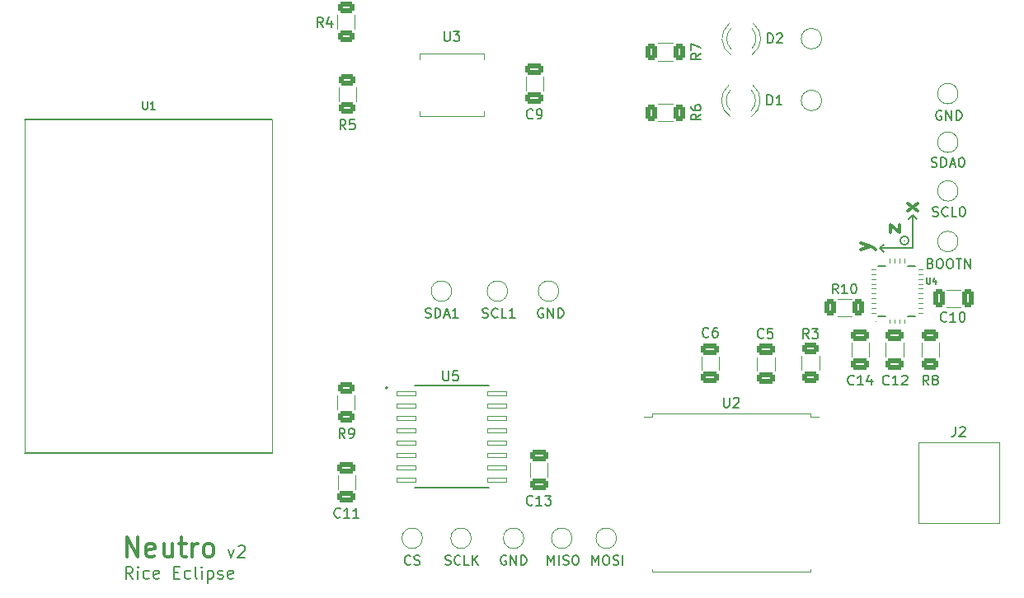
<source format=gto>
G04 #@! TF.GenerationSoftware,KiCad,Pcbnew,(6.0.7-1)-1*
G04 #@! TF.CreationDate,2023-04-11T20:40:05-05:00*
G04 #@! TF.ProjectId,Neutro_v2,4e657574-726f-45f7-9632-2e6b69636164,v1*
G04 #@! TF.SameCoordinates,Original*
G04 #@! TF.FileFunction,Legend,Top*
G04 #@! TF.FilePolarity,Positive*
%FSLAX46Y46*%
G04 Gerber Fmt 4.6, Leading zero omitted, Abs format (unit mm)*
G04 Created by KiCad (PCBNEW (6.0.7-1)-1) date 2023-04-11 20:40:05*
%MOMM*%
%LPD*%
G01*
G04 APERTURE LIST*
G04 Aperture macros list*
%AMRoundRect*
0 Rectangle with rounded corners*
0 $1 Rounding radius*
0 $2 $3 $4 $5 $6 $7 $8 $9 X,Y pos of 4 corners*
0 Add a 4 corners polygon primitive as box body*
4,1,4,$2,$3,$4,$5,$6,$7,$8,$9,$2,$3,0*
0 Add four circle primitives for the rounded corners*
1,1,$1+$1,$2,$3*
1,1,$1+$1,$4,$5*
1,1,$1+$1,$6,$7*
1,1,$1+$1,$8,$9*
0 Add four rect primitives between the rounded corners*
20,1,$1+$1,$2,$3,$4,$5,0*
20,1,$1+$1,$4,$5,$6,$7,0*
20,1,$1+$1,$6,$7,$8,$9,0*
20,1,$1+$1,$8,$9,$2,$3,0*%
G04 Aperture macros list end*
%ADD10C,0.200000*%
%ADD11C,0.150000*%
%ADD12C,0.300000*%
%ADD13C,0.120000*%
%ADD14C,0.127000*%
%ADD15C,0.100000*%
%ADD16C,1.500000*%
%ADD17RoundRect,0.250000X-0.625000X0.312500X-0.625000X-0.312500X0.625000X-0.312500X0.625000X0.312500X0*%
%ADD18RoundRect,0.250000X0.650000X-0.325000X0.650000X0.325000X-0.650000X0.325000X-0.650000X-0.325000X0*%
%ADD19C,2.500000*%
%ADD20RoundRect,0.250000X-0.312500X-0.625000X0.312500X-0.625000X0.312500X0.625000X-0.312500X0.625000X0*%
%ADD21RoundRect,0.250000X0.325000X0.650000X-0.325000X0.650000X-0.325000X-0.650000X0.325000X-0.650000X0*%
%ADD22RoundRect,0.250000X0.625000X-0.312500X0.625000X0.312500X-0.625000X0.312500X-0.625000X-0.312500X0*%
%ADD23C,2.250000*%
%ADD24RoundRect,0.250000X-0.650000X0.325000X-0.650000X-0.325000X0.650000X-0.325000X0.650000X0.325000X0*%
%ADD25C,2.700000*%
%ADD26C,1.930400*%
%ADD27RoundRect,0.041300X-0.983700X-0.253700X0.983700X-0.253700X0.983700X0.253700X-0.983700X0.253700X0*%
%ADD28R,2.000000X1.000000*%
%ADD29R,1.800000X1.800000*%
%ADD30C,1.800000*%
%ADD31R,2.250000X0.900000*%
%ADD32R,2.800000X0.900000*%
%ADD33R,0.675000X0.250000*%
%ADD34R,0.250000X0.575000*%
%ADD35R,1.508000X1.508000*%
%ADD36C,1.508000*%
%ADD37C,3.500000*%
%ADD38R,1.700000X1.700000*%
%ADD39O,1.700000X1.700000*%
G04 APERTURE END LIST*
D10*
X193400000Y-93800000D02*
X193400000Y-97200000D01*
X192552787Y-96400000D02*
X192552787Y-96400000D01*
X193400000Y-93800000D02*
X193800000Y-94200000D01*
X190000000Y-97200000D02*
X190400000Y-97600000D01*
X190000000Y-97200000D02*
X190400000Y-96800000D01*
X193400000Y-93800000D02*
X193000000Y-94200000D01*
X193000001Y-96400000D02*
G75*
G03*
X193000001Y-96400000I-447214J0D01*
G01*
X193400000Y-97200000D02*
X190000000Y-97200000D01*
X190400000Y-97600000D02*
X190000000Y-97200000D01*
D11*
X151638095Y-128786000D02*
X151542857Y-128738380D01*
X151400000Y-128738380D01*
X151257142Y-128786000D01*
X151161904Y-128881238D01*
X151114285Y-128976476D01*
X151066666Y-129166952D01*
X151066666Y-129309809D01*
X151114285Y-129500285D01*
X151161904Y-129595523D01*
X151257142Y-129690761D01*
X151400000Y-129738380D01*
X151495238Y-129738380D01*
X151638095Y-129690761D01*
X151685714Y-129643142D01*
X151685714Y-129309809D01*
X151495238Y-129309809D01*
X152114285Y-129738380D02*
X152114285Y-128738380D01*
X152685714Y-129738380D01*
X152685714Y-128738380D01*
X153161904Y-129738380D02*
X153161904Y-128738380D01*
X153400000Y-128738380D01*
X153542857Y-128786000D01*
X153638095Y-128881238D01*
X153685714Y-128976476D01*
X153733333Y-129166952D01*
X153733333Y-129309809D01*
X153685714Y-129500285D01*
X153638095Y-129595523D01*
X153542857Y-129690761D01*
X153400000Y-129738380D01*
X153161904Y-129738380D01*
X195223047Y-98734571D02*
X195365904Y-98782190D01*
X195413523Y-98829809D01*
X195461142Y-98925047D01*
X195461142Y-99067904D01*
X195413523Y-99163142D01*
X195365904Y-99210761D01*
X195270666Y-99258380D01*
X194889714Y-99258380D01*
X194889714Y-98258380D01*
X195223047Y-98258380D01*
X195318285Y-98306000D01*
X195365904Y-98353619D01*
X195413523Y-98448857D01*
X195413523Y-98544095D01*
X195365904Y-98639333D01*
X195318285Y-98686952D01*
X195223047Y-98734571D01*
X194889714Y-98734571D01*
X196080190Y-98258380D02*
X196270666Y-98258380D01*
X196365904Y-98306000D01*
X196461142Y-98401238D01*
X196508761Y-98591714D01*
X196508761Y-98925047D01*
X196461142Y-99115523D01*
X196365904Y-99210761D01*
X196270666Y-99258380D01*
X196080190Y-99258380D01*
X195984952Y-99210761D01*
X195889714Y-99115523D01*
X195842095Y-98925047D01*
X195842095Y-98591714D01*
X195889714Y-98401238D01*
X195984952Y-98306000D01*
X196080190Y-98258380D01*
X197127809Y-98258380D02*
X197318285Y-98258380D01*
X197413523Y-98306000D01*
X197508761Y-98401238D01*
X197556380Y-98591714D01*
X197556380Y-98925047D01*
X197508761Y-99115523D01*
X197413523Y-99210761D01*
X197318285Y-99258380D01*
X197127809Y-99258380D01*
X197032571Y-99210761D01*
X196937333Y-99115523D01*
X196889714Y-98925047D01*
X196889714Y-98591714D01*
X196937333Y-98401238D01*
X197032571Y-98306000D01*
X197127809Y-98258380D01*
X197842095Y-98258380D02*
X198413523Y-98258380D01*
X198127809Y-99258380D02*
X198127809Y-98258380D01*
X198746857Y-99258380D02*
X198746857Y-98258380D01*
X199318285Y-99258380D01*
X199318285Y-98258380D01*
X143343523Y-104290761D02*
X143486380Y-104338380D01*
X143724476Y-104338380D01*
X143819714Y-104290761D01*
X143867333Y-104243142D01*
X143914952Y-104147904D01*
X143914952Y-104052666D01*
X143867333Y-103957428D01*
X143819714Y-103909809D01*
X143724476Y-103862190D01*
X143534000Y-103814571D01*
X143438761Y-103766952D01*
X143391142Y-103719333D01*
X143343523Y-103624095D01*
X143343523Y-103528857D01*
X143391142Y-103433619D01*
X143438761Y-103386000D01*
X143534000Y-103338380D01*
X143772095Y-103338380D01*
X143914952Y-103386000D01*
X144343523Y-104338380D02*
X144343523Y-103338380D01*
X144581619Y-103338380D01*
X144724476Y-103386000D01*
X144819714Y-103481238D01*
X144867333Y-103576476D01*
X144914952Y-103766952D01*
X144914952Y-103909809D01*
X144867333Y-104100285D01*
X144819714Y-104195523D01*
X144724476Y-104290761D01*
X144581619Y-104338380D01*
X144343523Y-104338380D01*
X145295904Y-104052666D02*
X145772095Y-104052666D01*
X145200666Y-104338380D02*
X145534000Y-103338380D01*
X145867333Y-104338380D01*
X146724476Y-104338380D02*
X146153047Y-104338380D01*
X146438761Y-104338380D02*
X146438761Y-103338380D01*
X146343523Y-103481238D01*
X146248285Y-103576476D01*
X146153047Y-103624095D01*
D12*
X188078571Y-97357142D02*
X189078571Y-97000000D01*
X188078571Y-96642857D02*
X189078571Y-97000000D01*
X189435714Y-97142857D01*
X189507142Y-97214285D01*
X189578571Y-97357142D01*
D10*
X113308333Y-131165476D02*
X112891666Y-130570238D01*
X112594047Y-131165476D02*
X112594047Y-129915476D01*
X113070238Y-129915476D01*
X113189285Y-129975000D01*
X113248809Y-130034523D01*
X113308333Y-130153571D01*
X113308333Y-130332142D01*
X113248809Y-130451190D01*
X113189285Y-130510714D01*
X113070238Y-130570238D01*
X112594047Y-130570238D01*
X113844047Y-131165476D02*
X113844047Y-130332142D01*
X113844047Y-129915476D02*
X113784523Y-129975000D01*
X113844047Y-130034523D01*
X113903571Y-129975000D01*
X113844047Y-129915476D01*
X113844047Y-130034523D01*
X114975000Y-131105952D02*
X114855952Y-131165476D01*
X114617857Y-131165476D01*
X114498809Y-131105952D01*
X114439285Y-131046428D01*
X114379761Y-130927380D01*
X114379761Y-130570238D01*
X114439285Y-130451190D01*
X114498809Y-130391666D01*
X114617857Y-130332142D01*
X114855952Y-130332142D01*
X114975000Y-130391666D01*
X115986904Y-131105952D02*
X115867857Y-131165476D01*
X115629761Y-131165476D01*
X115510714Y-131105952D01*
X115451190Y-130986904D01*
X115451190Y-130510714D01*
X115510714Y-130391666D01*
X115629761Y-130332142D01*
X115867857Y-130332142D01*
X115986904Y-130391666D01*
X116046428Y-130510714D01*
X116046428Y-130629761D01*
X115451190Y-130748809D01*
X117534523Y-130510714D02*
X117951190Y-130510714D01*
X118129761Y-131165476D02*
X117534523Y-131165476D01*
X117534523Y-129915476D01*
X118129761Y-129915476D01*
X119201190Y-131105952D02*
X119082142Y-131165476D01*
X118844047Y-131165476D01*
X118725000Y-131105952D01*
X118665476Y-131046428D01*
X118605952Y-130927380D01*
X118605952Y-130570238D01*
X118665476Y-130451190D01*
X118725000Y-130391666D01*
X118844047Y-130332142D01*
X119082142Y-130332142D01*
X119201190Y-130391666D01*
X119915476Y-131165476D02*
X119796428Y-131105952D01*
X119736904Y-130986904D01*
X119736904Y-129915476D01*
X120391666Y-131165476D02*
X120391666Y-130332142D01*
X120391666Y-129915476D02*
X120332142Y-129975000D01*
X120391666Y-130034523D01*
X120451190Y-129975000D01*
X120391666Y-129915476D01*
X120391666Y-130034523D01*
X120986904Y-130332142D02*
X120986904Y-131582142D01*
X120986904Y-130391666D02*
X121105952Y-130332142D01*
X121344047Y-130332142D01*
X121463095Y-130391666D01*
X121522619Y-130451190D01*
X121582142Y-130570238D01*
X121582142Y-130927380D01*
X121522619Y-131046428D01*
X121463095Y-131105952D01*
X121344047Y-131165476D01*
X121105952Y-131165476D01*
X120986904Y-131105952D01*
X122058333Y-131105952D02*
X122177380Y-131165476D01*
X122415476Y-131165476D01*
X122534523Y-131105952D01*
X122594047Y-130986904D01*
X122594047Y-130927380D01*
X122534523Y-130808333D01*
X122415476Y-130748809D01*
X122236904Y-130748809D01*
X122117857Y-130689285D01*
X122058333Y-130570238D01*
X122058333Y-130510714D01*
X122117857Y-130391666D01*
X122236904Y-130332142D01*
X122415476Y-130332142D01*
X122534523Y-130391666D01*
X123605952Y-131105952D02*
X123486904Y-131165476D01*
X123248809Y-131165476D01*
X123129761Y-131105952D01*
X123070238Y-130986904D01*
X123070238Y-130510714D01*
X123129761Y-130391666D01*
X123248809Y-130332142D01*
X123486904Y-130332142D01*
X123605952Y-130391666D01*
X123665476Y-130510714D01*
X123665476Y-130629761D01*
X123070238Y-130748809D01*
D11*
X195309523Y-88796761D02*
X195452380Y-88844380D01*
X195690476Y-88844380D01*
X195785714Y-88796761D01*
X195833333Y-88749142D01*
X195880952Y-88653904D01*
X195880952Y-88558666D01*
X195833333Y-88463428D01*
X195785714Y-88415809D01*
X195690476Y-88368190D01*
X195500000Y-88320571D01*
X195404761Y-88272952D01*
X195357142Y-88225333D01*
X195309523Y-88130095D01*
X195309523Y-88034857D01*
X195357142Y-87939619D01*
X195404761Y-87892000D01*
X195500000Y-87844380D01*
X195738095Y-87844380D01*
X195880952Y-87892000D01*
X196309523Y-88844380D02*
X196309523Y-87844380D01*
X196547619Y-87844380D01*
X196690476Y-87892000D01*
X196785714Y-87987238D01*
X196833333Y-88082476D01*
X196880952Y-88272952D01*
X196880952Y-88415809D01*
X196833333Y-88606285D01*
X196785714Y-88701523D01*
X196690476Y-88796761D01*
X196547619Y-88844380D01*
X196309523Y-88844380D01*
X197261904Y-88558666D02*
X197738095Y-88558666D01*
X197166666Y-88844380D02*
X197500000Y-87844380D01*
X197833333Y-88844380D01*
X198357142Y-87844380D02*
X198452380Y-87844380D01*
X198547619Y-87892000D01*
X198595238Y-87939619D01*
X198642857Y-88034857D01*
X198690476Y-88225333D01*
X198690476Y-88463428D01*
X198642857Y-88653904D01*
X198595238Y-88749142D01*
X198547619Y-88796761D01*
X198452380Y-88844380D01*
X198357142Y-88844380D01*
X198261904Y-88796761D01*
X198214285Y-88749142D01*
X198166666Y-88653904D01*
X198119047Y-88463428D01*
X198119047Y-88225333D01*
X198166666Y-88034857D01*
X198214285Y-87939619D01*
X198261904Y-87892000D01*
X198357142Y-87844380D01*
X155448095Y-103386000D02*
X155352857Y-103338380D01*
X155210000Y-103338380D01*
X155067142Y-103386000D01*
X154971904Y-103481238D01*
X154924285Y-103576476D01*
X154876666Y-103766952D01*
X154876666Y-103909809D01*
X154924285Y-104100285D01*
X154971904Y-104195523D01*
X155067142Y-104290761D01*
X155210000Y-104338380D01*
X155305238Y-104338380D01*
X155448095Y-104290761D01*
X155495714Y-104243142D01*
X155495714Y-103909809D01*
X155305238Y-103909809D01*
X155924285Y-104338380D02*
X155924285Y-103338380D01*
X156495714Y-104338380D01*
X156495714Y-103338380D01*
X156971904Y-104338380D02*
X156971904Y-103338380D01*
X157210000Y-103338380D01*
X157352857Y-103386000D01*
X157448095Y-103481238D01*
X157495714Y-103576476D01*
X157543333Y-103766952D01*
X157543333Y-103909809D01*
X157495714Y-104100285D01*
X157448095Y-104195523D01*
X157352857Y-104290761D01*
X157210000Y-104338380D01*
X156971904Y-104338380D01*
X141819333Y-129643142D02*
X141771714Y-129690761D01*
X141628857Y-129738380D01*
X141533619Y-129738380D01*
X141390761Y-129690761D01*
X141295523Y-129595523D01*
X141247904Y-129500285D01*
X141200285Y-129309809D01*
X141200285Y-129166952D01*
X141247904Y-128976476D01*
X141295523Y-128881238D01*
X141390761Y-128786000D01*
X141533619Y-128738380D01*
X141628857Y-128738380D01*
X141771714Y-128786000D01*
X141819333Y-128833619D01*
X142200285Y-129690761D02*
X142343142Y-129738380D01*
X142581238Y-129738380D01*
X142676476Y-129690761D01*
X142724095Y-129643142D01*
X142771714Y-129547904D01*
X142771714Y-129452666D01*
X142724095Y-129357428D01*
X142676476Y-129309809D01*
X142581238Y-129262190D01*
X142390761Y-129214571D01*
X142295523Y-129166952D01*
X142247904Y-129119333D01*
X142200285Y-129024095D01*
X142200285Y-128928857D01*
X142247904Y-128833619D01*
X142295523Y-128786000D01*
X142390761Y-128738380D01*
X142628857Y-128738380D01*
X142771714Y-128786000D01*
D12*
X191078571Y-95592857D02*
X191078571Y-94807142D01*
X192078571Y-95592857D01*
X192078571Y-94807142D01*
D11*
X145375523Y-129690761D02*
X145518380Y-129738380D01*
X145756476Y-129738380D01*
X145851714Y-129690761D01*
X145899333Y-129643142D01*
X145946952Y-129547904D01*
X145946952Y-129452666D01*
X145899333Y-129357428D01*
X145851714Y-129309809D01*
X145756476Y-129262190D01*
X145566000Y-129214571D01*
X145470761Y-129166952D01*
X145423142Y-129119333D01*
X145375523Y-129024095D01*
X145375523Y-128928857D01*
X145423142Y-128833619D01*
X145470761Y-128786000D01*
X145566000Y-128738380D01*
X145804095Y-128738380D01*
X145946952Y-128786000D01*
X146946952Y-129643142D02*
X146899333Y-129690761D01*
X146756476Y-129738380D01*
X146661238Y-129738380D01*
X146518380Y-129690761D01*
X146423142Y-129595523D01*
X146375523Y-129500285D01*
X146327904Y-129309809D01*
X146327904Y-129166952D01*
X146375523Y-128976476D01*
X146423142Y-128881238D01*
X146518380Y-128786000D01*
X146661238Y-128738380D01*
X146756476Y-128738380D01*
X146899333Y-128786000D01*
X146946952Y-128833619D01*
X147851714Y-129738380D02*
X147375523Y-129738380D01*
X147375523Y-128738380D01*
X148185047Y-129738380D02*
X148185047Y-128738380D01*
X148756476Y-129738380D02*
X148327904Y-129166952D01*
X148756476Y-128738380D02*
X148185047Y-129309809D01*
D12*
X112671428Y-128904761D02*
X112671428Y-126904761D01*
X113814285Y-128904761D01*
X113814285Y-126904761D01*
X115528571Y-128809523D02*
X115338095Y-128904761D01*
X114957142Y-128904761D01*
X114766666Y-128809523D01*
X114671428Y-128619047D01*
X114671428Y-127857142D01*
X114766666Y-127666666D01*
X114957142Y-127571428D01*
X115338095Y-127571428D01*
X115528571Y-127666666D01*
X115623809Y-127857142D01*
X115623809Y-128047619D01*
X114671428Y-128238095D01*
X117338095Y-127571428D02*
X117338095Y-128904761D01*
X116480952Y-127571428D02*
X116480952Y-128619047D01*
X116576190Y-128809523D01*
X116766666Y-128904761D01*
X117052380Y-128904761D01*
X117242857Y-128809523D01*
X117338095Y-128714285D01*
X118004761Y-127571428D02*
X118766666Y-127571428D01*
X118290476Y-126904761D02*
X118290476Y-128619047D01*
X118385714Y-128809523D01*
X118576190Y-128904761D01*
X118766666Y-128904761D01*
X119433333Y-128904761D02*
X119433333Y-127571428D01*
X119433333Y-127952380D02*
X119528571Y-127761904D01*
X119623809Y-127666666D01*
X119814285Y-127571428D01*
X120004761Y-127571428D01*
X120957142Y-128904761D02*
X120766666Y-128809523D01*
X120671428Y-128714285D01*
X120576190Y-128523809D01*
X120576190Y-127952380D01*
X120671428Y-127761904D01*
X120766666Y-127666666D01*
X120957142Y-127571428D01*
X121242857Y-127571428D01*
X121433333Y-127666666D01*
X121528571Y-127761904D01*
X121623809Y-127952380D01*
X121623809Y-128523809D01*
X121528571Y-128714285D01*
X121433333Y-128809523D01*
X121242857Y-128904761D01*
X120957142Y-128904761D01*
D11*
X160480571Y-129738380D02*
X160480571Y-128738380D01*
X160813904Y-129452666D01*
X161147238Y-128738380D01*
X161147238Y-129738380D01*
X161813904Y-128738380D02*
X162004380Y-128738380D01*
X162099619Y-128786000D01*
X162194857Y-128881238D01*
X162242476Y-129071714D01*
X162242476Y-129405047D01*
X162194857Y-129595523D01*
X162099619Y-129690761D01*
X162004380Y-129738380D01*
X161813904Y-129738380D01*
X161718666Y-129690761D01*
X161623428Y-129595523D01*
X161575809Y-129405047D01*
X161575809Y-129071714D01*
X161623428Y-128881238D01*
X161718666Y-128786000D01*
X161813904Y-128738380D01*
X162623428Y-129690761D02*
X162766285Y-129738380D01*
X163004380Y-129738380D01*
X163099619Y-129690761D01*
X163147238Y-129643142D01*
X163194857Y-129547904D01*
X163194857Y-129452666D01*
X163147238Y-129357428D01*
X163099619Y-129309809D01*
X163004380Y-129262190D01*
X162813904Y-129214571D01*
X162718666Y-129166952D01*
X162671047Y-129119333D01*
X162623428Y-129024095D01*
X162623428Y-128928857D01*
X162671047Y-128833619D01*
X162718666Y-128786000D01*
X162813904Y-128738380D01*
X163052000Y-128738380D01*
X163194857Y-128786000D01*
X163623428Y-129738380D02*
X163623428Y-128738380D01*
X155908571Y-129738380D02*
X155908571Y-128738380D01*
X156241904Y-129452666D01*
X156575238Y-128738380D01*
X156575238Y-129738380D01*
X157051428Y-129738380D02*
X157051428Y-128738380D01*
X157480000Y-129690761D02*
X157622857Y-129738380D01*
X157860952Y-129738380D01*
X157956190Y-129690761D01*
X158003809Y-129643142D01*
X158051428Y-129547904D01*
X158051428Y-129452666D01*
X158003809Y-129357428D01*
X157956190Y-129309809D01*
X157860952Y-129262190D01*
X157670476Y-129214571D01*
X157575238Y-129166952D01*
X157527619Y-129119333D01*
X157480000Y-129024095D01*
X157480000Y-128928857D01*
X157527619Y-128833619D01*
X157575238Y-128786000D01*
X157670476Y-128738380D01*
X157908571Y-128738380D01*
X158051428Y-128786000D01*
X158670476Y-128738380D02*
X158860952Y-128738380D01*
X158956190Y-128786000D01*
X159051428Y-128881238D01*
X159099047Y-129071714D01*
X159099047Y-129405047D01*
X159051428Y-129595523D01*
X158956190Y-129690761D01*
X158860952Y-129738380D01*
X158670476Y-129738380D01*
X158575238Y-129690761D01*
X158480000Y-129595523D01*
X158432380Y-129405047D01*
X158432380Y-129071714D01*
X158480000Y-128881238D01*
X158575238Y-128786000D01*
X158670476Y-128738380D01*
D10*
X123107142Y-128132142D02*
X123404761Y-128965476D01*
X123702380Y-128132142D01*
X124119047Y-127834523D02*
X124178571Y-127775000D01*
X124297619Y-127715476D01*
X124595238Y-127715476D01*
X124714285Y-127775000D01*
X124773809Y-127834523D01*
X124833333Y-127953571D01*
X124833333Y-128072619D01*
X124773809Y-128251190D01*
X124059523Y-128965476D01*
X124833333Y-128965476D01*
D11*
X196342095Y-83066000D02*
X196246857Y-83018380D01*
X196104000Y-83018380D01*
X195961142Y-83066000D01*
X195865904Y-83161238D01*
X195818285Y-83256476D01*
X195770666Y-83446952D01*
X195770666Y-83589809D01*
X195818285Y-83780285D01*
X195865904Y-83875523D01*
X195961142Y-83970761D01*
X196104000Y-84018380D01*
X196199238Y-84018380D01*
X196342095Y-83970761D01*
X196389714Y-83923142D01*
X196389714Y-83589809D01*
X196199238Y-83589809D01*
X196818285Y-84018380D02*
X196818285Y-83018380D01*
X197389714Y-84018380D01*
X197389714Y-83018380D01*
X197865904Y-84018380D02*
X197865904Y-83018380D01*
X198104000Y-83018380D01*
X198246857Y-83066000D01*
X198342095Y-83161238D01*
X198389714Y-83256476D01*
X198437333Y-83446952D01*
X198437333Y-83589809D01*
X198389714Y-83780285D01*
X198342095Y-83875523D01*
X198246857Y-83970761D01*
X198104000Y-84018380D01*
X197865904Y-84018380D01*
X149209333Y-104290761D02*
X149352190Y-104338380D01*
X149590285Y-104338380D01*
X149685523Y-104290761D01*
X149733142Y-104243142D01*
X149780761Y-104147904D01*
X149780761Y-104052666D01*
X149733142Y-103957428D01*
X149685523Y-103909809D01*
X149590285Y-103862190D01*
X149399809Y-103814571D01*
X149304571Y-103766952D01*
X149256952Y-103719333D01*
X149209333Y-103624095D01*
X149209333Y-103528857D01*
X149256952Y-103433619D01*
X149304571Y-103386000D01*
X149399809Y-103338380D01*
X149637904Y-103338380D01*
X149780761Y-103386000D01*
X150780761Y-104243142D02*
X150733142Y-104290761D01*
X150590285Y-104338380D01*
X150495047Y-104338380D01*
X150352190Y-104290761D01*
X150256952Y-104195523D01*
X150209333Y-104100285D01*
X150161714Y-103909809D01*
X150161714Y-103766952D01*
X150209333Y-103576476D01*
X150256952Y-103481238D01*
X150352190Y-103386000D01*
X150495047Y-103338380D01*
X150590285Y-103338380D01*
X150733142Y-103386000D01*
X150780761Y-103433619D01*
X151685523Y-104338380D02*
X151209333Y-104338380D01*
X151209333Y-103338380D01*
X152542666Y-104338380D02*
X151971238Y-104338380D01*
X152256952Y-104338380D02*
X152256952Y-103338380D01*
X152161714Y-103481238D01*
X152066476Y-103576476D01*
X151971238Y-103624095D01*
D12*
X193878571Y-93392857D02*
X192878571Y-92607142D01*
X192878571Y-93392857D02*
X193878571Y-92607142D01*
D11*
X195437333Y-93876761D02*
X195580190Y-93924380D01*
X195818285Y-93924380D01*
X195913523Y-93876761D01*
X195961142Y-93829142D01*
X196008761Y-93733904D01*
X196008761Y-93638666D01*
X195961142Y-93543428D01*
X195913523Y-93495809D01*
X195818285Y-93448190D01*
X195627809Y-93400571D01*
X195532571Y-93352952D01*
X195484952Y-93305333D01*
X195437333Y-93210095D01*
X195437333Y-93114857D01*
X195484952Y-93019619D01*
X195532571Y-92972000D01*
X195627809Y-92924380D01*
X195865904Y-92924380D01*
X196008761Y-92972000D01*
X197008761Y-93829142D02*
X196961142Y-93876761D01*
X196818285Y-93924380D01*
X196723047Y-93924380D01*
X196580190Y-93876761D01*
X196484952Y-93781523D01*
X196437333Y-93686285D01*
X196389714Y-93495809D01*
X196389714Y-93352952D01*
X196437333Y-93162476D01*
X196484952Y-93067238D01*
X196580190Y-92972000D01*
X196723047Y-92924380D01*
X196818285Y-92924380D01*
X196961142Y-92972000D01*
X197008761Y-93019619D01*
X197913523Y-93924380D02*
X197437333Y-93924380D01*
X197437333Y-92924380D01*
X198437333Y-92924380D02*
X198532571Y-92924380D01*
X198627809Y-92972000D01*
X198675428Y-93019619D01*
X198723047Y-93114857D01*
X198770666Y-93305333D01*
X198770666Y-93543428D01*
X198723047Y-93733904D01*
X198675428Y-93829142D01*
X198627809Y-93876761D01*
X198532571Y-93924380D01*
X198437333Y-93924380D01*
X198342095Y-93876761D01*
X198294476Y-93829142D01*
X198246857Y-93733904D01*
X198199238Y-93543428D01*
X198199238Y-93305333D01*
X198246857Y-93114857D01*
X198294476Y-93019619D01*
X198342095Y-92972000D01*
X198437333Y-92924380D01*
X135083333Y-116702380D02*
X134750000Y-116226190D01*
X134511904Y-116702380D02*
X134511904Y-115702380D01*
X134892857Y-115702380D01*
X134988095Y-115750000D01*
X135035714Y-115797619D01*
X135083333Y-115892857D01*
X135083333Y-116035714D01*
X135035714Y-116130952D01*
X134988095Y-116178571D01*
X134892857Y-116226190D01*
X134511904Y-116226190D01*
X135559523Y-116702380D02*
X135750000Y-116702380D01*
X135845238Y-116654761D01*
X135892857Y-116607142D01*
X135988095Y-116464285D01*
X136035714Y-116273809D01*
X136035714Y-115892857D01*
X135988095Y-115797619D01*
X135940476Y-115750000D01*
X135845238Y-115702380D01*
X135654761Y-115702380D01*
X135559523Y-115750000D01*
X135511904Y-115797619D01*
X135464285Y-115892857D01*
X135464285Y-116130952D01*
X135511904Y-116226190D01*
X135559523Y-116273809D01*
X135654761Y-116321428D01*
X135845238Y-116321428D01*
X135940476Y-116273809D01*
X135988095Y-116226190D01*
X136035714Y-116130952D01*
X134612142Y-124801142D02*
X134564523Y-124848761D01*
X134421666Y-124896380D01*
X134326428Y-124896380D01*
X134183571Y-124848761D01*
X134088333Y-124753523D01*
X134040714Y-124658285D01*
X133993095Y-124467809D01*
X133993095Y-124324952D01*
X134040714Y-124134476D01*
X134088333Y-124039238D01*
X134183571Y-123944000D01*
X134326428Y-123896380D01*
X134421666Y-123896380D01*
X134564523Y-123944000D01*
X134612142Y-123991619D01*
X135564523Y-124896380D02*
X134993095Y-124896380D01*
X135278809Y-124896380D02*
X135278809Y-123896380D01*
X135183571Y-124039238D01*
X135088333Y-124134476D01*
X134993095Y-124182095D01*
X136516904Y-124896380D02*
X135945476Y-124896380D01*
X136231190Y-124896380D02*
X136231190Y-123896380D01*
X136135952Y-124039238D01*
X136040714Y-124134476D01*
X135945476Y-124182095D01*
X187357142Y-111157142D02*
X187309523Y-111204761D01*
X187166666Y-111252380D01*
X187071428Y-111252380D01*
X186928571Y-111204761D01*
X186833333Y-111109523D01*
X186785714Y-111014285D01*
X186738095Y-110823809D01*
X186738095Y-110680952D01*
X186785714Y-110490476D01*
X186833333Y-110395238D01*
X186928571Y-110300000D01*
X187071428Y-110252380D01*
X187166666Y-110252380D01*
X187309523Y-110300000D01*
X187357142Y-110347619D01*
X188309523Y-111252380D02*
X187738095Y-111252380D01*
X188023809Y-111252380D02*
X188023809Y-110252380D01*
X187928571Y-110395238D01*
X187833333Y-110490476D01*
X187738095Y-110538095D01*
X189166666Y-110585714D02*
X189166666Y-111252380D01*
X188928571Y-110204761D02*
X188690476Y-110919047D01*
X189309523Y-110919047D01*
X154374833Y-83796142D02*
X154327214Y-83843761D01*
X154184357Y-83891380D01*
X154089119Y-83891380D01*
X153946261Y-83843761D01*
X153851023Y-83748523D01*
X153803404Y-83653285D01*
X153755785Y-83462809D01*
X153755785Y-83319952D01*
X153803404Y-83129476D01*
X153851023Y-83034238D01*
X153946261Y-82939000D01*
X154089119Y-82891380D01*
X154184357Y-82891380D01*
X154327214Y-82939000D01*
X154374833Y-82986619D01*
X154851023Y-83891380D02*
X155041500Y-83891380D01*
X155136738Y-83843761D01*
X155184357Y-83796142D01*
X155279595Y-83653285D01*
X155327214Y-83462809D01*
X155327214Y-83081857D01*
X155279595Y-82986619D01*
X155231976Y-82939000D01*
X155136738Y-82891380D01*
X154946261Y-82891380D01*
X154851023Y-82939000D01*
X154803404Y-82986619D01*
X154755785Y-83081857D01*
X154755785Y-83319952D01*
X154803404Y-83415190D01*
X154851023Y-83462809D01*
X154946261Y-83510428D01*
X155136738Y-83510428D01*
X155231976Y-83462809D01*
X155279595Y-83415190D01*
X155327214Y-83319952D01*
X185731642Y-101847380D02*
X185398309Y-101371190D01*
X185160214Y-101847380D02*
X185160214Y-100847380D01*
X185541166Y-100847380D01*
X185636404Y-100895000D01*
X185684023Y-100942619D01*
X185731642Y-101037857D01*
X185731642Y-101180714D01*
X185684023Y-101275952D01*
X185636404Y-101323571D01*
X185541166Y-101371190D01*
X185160214Y-101371190D01*
X186684023Y-101847380D02*
X186112595Y-101847380D01*
X186398309Y-101847380D02*
X186398309Y-100847380D01*
X186303071Y-100990238D01*
X186207833Y-101085476D01*
X186112595Y-101133095D01*
X187303071Y-100847380D02*
X187398309Y-100847380D01*
X187493547Y-100895000D01*
X187541166Y-100942619D01*
X187588785Y-101037857D01*
X187636404Y-101228333D01*
X187636404Y-101466428D01*
X187588785Y-101656904D01*
X187541166Y-101752142D01*
X187493547Y-101799761D01*
X187398309Y-101847380D01*
X187303071Y-101847380D01*
X187207833Y-101799761D01*
X187160214Y-101752142D01*
X187112595Y-101656904D01*
X187064976Y-101466428D01*
X187064976Y-101228333D01*
X187112595Y-101037857D01*
X187160214Y-100942619D01*
X187207833Y-100895000D01*
X187303071Y-100847380D01*
X196857142Y-104657142D02*
X196809523Y-104704761D01*
X196666666Y-104752380D01*
X196571428Y-104752380D01*
X196428571Y-104704761D01*
X196333333Y-104609523D01*
X196285714Y-104514285D01*
X196238095Y-104323809D01*
X196238095Y-104180952D01*
X196285714Y-103990476D01*
X196333333Y-103895238D01*
X196428571Y-103800000D01*
X196571428Y-103752380D01*
X196666666Y-103752380D01*
X196809523Y-103800000D01*
X196857142Y-103847619D01*
X197809523Y-104752380D02*
X197238095Y-104752380D01*
X197523809Y-104752380D02*
X197523809Y-103752380D01*
X197428571Y-103895238D01*
X197333333Y-103990476D01*
X197238095Y-104038095D01*
X198428571Y-103752380D02*
X198523809Y-103752380D01*
X198619047Y-103800000D01*
X198666666Y-103847619D01*
X198714285Y-103942857D01*
X198761904Y-104133333D01*
X198761904Y-104371428D01*
X198714285Y-104561904D01*
X198666666Y-104657142D01*
X198619047Y-104704761D01*
X198523809Y-104752380D01*
X198428571Y-104752380D01*
X198333333Y-104704761D01*
X198285714Y-104657142D01*
X198238095Y-104561904D01*
X198190476Y-104371428D01*
X198190476Y-104133333D01*
X198238095Y-103942857D01*
X198285714Y-103847619D01*
X198333333Y-103800000D01*
X198428571Y-103752380D01*
X195033333Y-111252380D02*
X194700000Y-110776190D01*
X194461904Y-111252380D02*
X194461904Y-110252380D01*
X194842857Y-110252380D01*
X194938095Y-110300000D01*
X194985714Y-110347619D01*
X195033333Y-110442857D01*
X195033333Y-110585714D01*
X194985714Y-110680952D01*
X194938095Y-110728571D01*
X194842857Y-110776190D01*
X194461904Y-110776190D01*
X195604761Y-110680952D02*
X195509523Y-110633333D01*
X195461904Y-110585714D01*
X195414285Y-110490476D01*
X195414285Y-110442857D01*
X195461904Y-110347619D01*
X195509523Y-110300000D01*
X195604761Y-110252380D01*
X195795238Y-110252380D01*
X195890476Y-110300000D01*
X195938095Y-110347619D01*
X195985714Y-110442857D01*
X195985714Y-110490476D01*
X195938095Y-110585714D01*
X195890476Y-110633333D01*
X195795238Y-110680952D01*
X195604761Y-110680952D01*
X195509523Y-110728571D01*
X195461904Y-110776190D01*
X195414285Y-110871428D01*
X195414285Y-111061904D01*
X195461904Y-111157142D01*
X195509523Y-111204761D01*
X195604761Y-111252380D01*
X195795238Y-111252380D01*
X195890476Y-111204761D01*
X195938095Y-111157142D01*
X195985714Y-111061904D01*
X195985714Y-110871428D01*
X195938095Y-110776190D01*
X195890476Y-110728571D01*
X195795238Y-110680952D01*
X197786666Y-115537380D02*
X197786666Y-116251666D01*
X197739047Y-116394523D01*
X197643809Y-116489761D01*
X197500952Y-116537380D01*
X197405714Y-116537380D01*
X198215238Y-115632619D02*
X198262857Y-115585000D01*
X198358095Y-115537380D01*
X198596190Y-115537380D01*
X198691428Y-115585000D01*
X198739047Y-115632619D01*
X198786666Y-115727857D01*
X198786666Y-115823095D01*
X198739047Y-115965952D01*
X198167619Y-116537380D01*
X198786666Y-116537380D01*
X135170833Y-84989880D02*
X134837500Y-84513690D01*
X134599404Y-84989880D02*
X134599404Y-83989880D01*
X134980357Y-83989880D01*
X135075595Y-84037500D01*
X135123214Y-84085119D01*
X135170833Y-84180357D01*
X135170833Y-84323214D01*
X135123214Y-84418452D01*
X135075595Y-84466071D01*
X134980357Y-84513690D01*
X134599404Y-84513690D01*
X136075595Y-83989880D02*
X135599404Y-83989880D01*
X135551785Y-84466071D01*
X135599404Y-84418452D01*
X135694642Y-84370833D01*
X135932738Y-84370833D01*
X136027976Y-84418452D01*
X136075595Y-84466071D01*
X136123214Y-84561309D01*
X136123214Y-84799404D01*
X136075595Y-84894642D01*
X136027976Y-84942261D01*
X135932738Y-84989880D01*
X135694642Y-84989880D01*
X135599404Y-84942261D01*
X135551785Y-84894642D01*
X171627380Y-83416666D02*
X171151190Y-83750000D01*
X171627380Y-83988095D02*
X170627380Y-83988095D01*
X170627380Y-83607142D01*
X170675000Y-83511904D01*
X170722619Y-83464285D01*
X170817857Y-83416666D01*
X170960714Y-83416666D01*
X171055952Y-83464285D01*
X171103571Y-83511904D01*
X171151190Y-83607142D01*
X171151190Y-83988095D01*
X170627380Y-82559523D02*
X170627380Y-82750000D01*
X170675000Y-82845238D01*
X170722619Y-82892857D01*
X170865476Y-82988095D01*
X171055952Y-83035714D01*
X171436904Y-83035714D01*
X171532142Y-82988095D01*
X171579761Y-82940476D01*
X171627380Y-82845238D01*
X171627380Y-82654761D01*
X171579761Y-82559523D01*
X171532142Y-82511904D01*
X171436904Y-82464285D01*
X171198809Y-82464285D01*
X171103571Y-82511904D01*
X171055952Y-82559523D01*
X171008333Y-82654761D01*
X171008333Y-82845238D01*
X171055952Y-82940476D01*
X171103571Y-82988095D01*
X171198809Y-83035714D01*
X132833333Y-74452380D02*
X132500000Y-73976190D01*
X132261904Y-74452380D02*
X132261904Y-73452380D01*
X132642857Y-73452380D01*
X132738095Y-73500000D01*
X132785714Y-73547619D01*
X132833333Y-73642857D01*
X132833333Y-73785714D01*
X132785714Y-73880952D01*
X132738095Y-73928571D01*
X132642857Y-73976190D01*
X132261904Y-73976190D01*
X133690476Y-73785714D02*
X133690476Y-74452380D01*
X133452380Y-73404761D02*
X133214285Y-74119047D01*
X133833333Y-74119047D01*
X154357142Y-123532142D02*
X154309523Y-123579761D01*
X154166666Y-123627380D01*
X154071428Y-123627380D01*
X153928571Y-123579761D01*
X153833333Y-123484523D01*
X153785714Y-123389285D01*
X153738095Y-123198809D01*
X153738095Y-123055952D01*
X153785714Y-122865476D01*
X153833333Y-122770238D01*
X153928571Y-122675000D01*
X154071428Y-122627380D01*
X154166666Y-122627380D01*
X154309523Y-122675000D01*
X154357142Y-122722619D01*
X155309523Y-123627380D02*
X154738095Y-123627380D01*
X155023809Y-123627380D02*
X155023809Y-122627380D01*
X154928571Y-122770238D01*
X154833333Y-122865476D01*
X154738095Y-122913095D01*
X155642857Y-122627380D02*
X156261904Y-122627380D01*
X155928571Y-123008333D01*
X156071428Y-123008333D01*
X156166666Y-123055952D01*
X156214285Y-123103571D01*
X156261904Y-123198809D01*
X156261904Y-123436904D01*
X156214285Y-123532142D01*
X156166666Y-123579761D01*
X156071428Y-123627380D01*
X155785714Y-123627380D01*
X155690476Y-123579761D01*
X155642857Y-123532142D01*
X178083333Y-106357142D02*
X178035714Y-106404761D01*
X177892857Y-106452380D01*
X177797619Y-106452380D01*
X177654761Y-106404761D01*
X177559523Y-106309523D01*
X177511904Y-106214285D01*
X177464285Y-106023809D01*
X177464285Y-105880952D01*
X177511904Y-105690476D01*
X177559523Y-105595238D01*
X177654761Y-105500000D01*
X177797619Y-105452380D01*
X177892857Y-105452380D01*
X178035714Y-105500000D01*
X178083333Y-105547619D01*
X178988095Y-105452380D02*
X178511904Y-105452380D01*
X178464285Y-105928571D01*
X178511904Y-105880952D01*
X178607142Y-105833333D01*
X178845238Y-105833333D01*
X178940476Y-105880952D01*
X178988095Y-105928571D01*
X179035714Y-106023809D01*
X179035714Y-106261904D01*
X178988095Y-106357142D01*
X178940476Y-106404761D01*
X178845238Y-106452380D01*
X178607142Y-106452380D01*
X178511904Y-106404761D01*
X178464285Y-106357142D01*
X182713333Y-106452380D02*
X182380000Y-105976190D01*
X182141904Y-106452380D02*
X182141904Y-105452380D01*
X182522857Y-105452380D01*
X182618095Y-105500000D01*
X182665714Y-105547619D01*
X182713333Y-105642857D01*
X182713333Y-105785714D01*
X182665714Y-105880952D01*
X182618095Y-105928571D01*
X182522857Y-105976190D01*
X182141904Y-105976190D01*
X183046666Y-105452380D02*
X183665714Y-105452380D01*
X183332380Y-105833333D01*
X183475238Y-105833333D01*
X183570476Y-105880952D01*
X183618095Y-105928571D01*
X183665714Y-106023809D01*
X183665714Y-106261904D01*
X183618095Y-106357142D01*
X183570476Y-106404761D01*
X183475238Y-106452380D01*
X183189523Y-106452380D01*
X183094285Y-106404761D01*
X183046666Y-106357142D01*
X114335074Y-82118803D02*
X114335074Y-82756224D01*
X114372570Y-82831215D01*
X114410065Y-82868710D01*
X114485056Y-82906205D01*
X114635037Y-82906205D01*
X114710028Y-82868710D01*
X114747523Y-82831215D01*
X114785018Y-82756224D01*
X114785018Y-82118803D01*
X115572420Y-82906205D02*
X115122476Y-82906205D01*
X115347448Y-82906205D02*
X115347448Y-82118803D01*
X115272458Y-82231289D01*
X115197467Y-82306280D01*
X115122476Y-82343775D01*
X145169095Y-109799380D02*
X145169095Y-110608904D01*
X145216714Y-110704142D01*
X145264333Y-110751761D01*
X145359571Y-110799380D01*
X145550047Y-110799380D01*
X145645285Y-110751761D01*
X145692904Y-110704142D01*
X145740523Y-110608904D01*
X145740523Y-109799380D01*
X146692904Y-109799380D02*
X146216714Y-109799380D01*
X146169095Y-110275571D01*
X146216714Y-110227952D01*
X146311952Y-110180333D01*
X146550047Y-110180333D01*
X146645285Y-110227952D01*
X146692904Y-110275571D01*
X146740523Y-110370809D01*
X146740523Y-110608904D01*
X146692904Y-110704142D01*
X146645285Y-110751761D01*
X146550047Y-110799380D01*
X146311952Y-110799380D01*
X146216714Y-110751761D01*
X146169095Y-110704142D01*
X171627380Y-77166666D02*
X171151190Y-77500000D01*
X171627380Y-77738095D02*
X170627380Y-77738095D01*
X170627380Y-77357142D01*
X170675000Y-77261904D01*
X170722619Y-77214285D01*
X170817857Y-77166666D01*
X170960714Y-77166666D01*
X171055952Y-77214285D01*
X171103571Y-77261904D01*
X171151190Y-77357142D01*
X171151190Y-77738095D01*
X170627380Y-76833333D02*
X170627380Y-76166666D01*
X171627380Y-76595238D01*
X190957142Y-111157142D02*
X190909523Y-111204761D01*
X190766666Y-111252380D01*
X190671428Y-111252380D01*
X190528571Y-111204761D01*
X190433333Y-111109523D01*
X190385714Y-111014285D01*
X190338095Y-110823809D01*
X190338095Y-110680952D01*
X190385714Y-110490476D01*
X190433333Y-110395238D01*
X190528571Y-110300000D01*
X190671428Y-110252380D01*
X190766666Y-110252380D01*
X190909523Y-110300000D01*
X190957142Y-110347619D01*
X191909523Y-111252380D02*
X191338095Y-111252380D01*
X191623809Y-111252380D02*
X191623809Y-110252380D01*
X191528571Y-110395238D01*
X191433333Y-110490476D01*
X191338095Y-110538095D01*
X192290476Y-110347619D02*
X192338095Y-110300000D01*
X192433333Y-110252380D01*
X192671428Y-110252380D01*
X192766666Y-110300000D01*
X192814285Y-110347619D01*
X192861904Y-110442857D01*
X192861904Y-110538095D01*
X192814285Y-110680952D01*
X192242857Y-111252380D01*
X192861904Y-111252380D01*
X173990095Y-112553380D02*
X173990095Y-113362904D01*
X174037714Y-113458142D01*
X174085333Y-113505761D01*
X174180571Y-113553380D01*
X174371047Y-113553380D01*
X174466285Y-113505761D01*
X174513904Y-113458142D01*
X174561523Y-113362904D01*
X174561523Y-112553380D01*
X174990095Y-112648619D02*
X175037714Y-112601000D01*
X175132952Y-112553380D01*
X175371047Y-112553380D01*
X175466285Y-112601000D01*
X175513904Y-112648619D01*
X175561523Y-112743857D01*
X175561523Y-112839095D01*
X175513904Y-112981952D01*
X174942476Y-113553380D01*
X175561523Y-113553380D01*
X178440904Y-82447380D02*
X178440904Y-81447380D01*
X178679000Y-81447380D01*
X178821857Y-81495000D01*
X178917095Y-81590238D01*
X178964714Y-81685476D01*
X179012333Y-81875952D01*
X179012333Y-82018809D01*
X178964714Y-82209285D01*
X178917095Y-82304523D01*
X178821857Y-82399761D01*
X178679000Y-82447380D01*
X178440904Y-82447380D01*
X179964714Y-82447380D02*
X179393285Y-82447380D01*
X179679000Y-82447380D02*
X179679000Y-81447380D01*
X179583761Y-81590238D01*
X179488523Y-81685476D01*
X179393285Y-81733095D01*
X145288095Y-74890380D02*
X145288095Y-75699904D01*
X145335714Y-75795142D01*
X145383333Y-75842761D01*
X145478571Y-75890380D01*
X145669047Y-75890380D01*
X145764285Y-75842761D01*
X145811904Y-75795142D01*
X145859523Y-75699904D01*
X145859523Y-74890380D01*
X146240476Y-74890380D02*
X146859523Y-74890380D01*
X146526190Y-75271333D01*
X146669047Y-75271333D01*
X146764285Y-75318952D01*
X146811904Y-75366571D01*
X146859523Y-75461809D01*
X146859523Y-75699904D01*
X146811904Y-75795142D01*
X146764285Y-75842761D01*
X146669047Y-75890380D01*
X146383333Y-75890380D01*
X146288095Y-75842761D01*
X146240476Y-75795142D01*
X194838380Y-100233523D02*
X194838380Y-100751619D01*
X194868857Y-100812571D01*
X194899333Y-100843047D01*
X194960285Y-100873523D01*
X195082190Y-100873523D01*
X195143142Y-100843047D01*
X195173619Y-100812571D01*
X195204095Y-100751619D01*
X195204095Y-100233523D01*
X195783142Y-100446857D02*
X195783142Y-100873523D01*
X195630761Y-100203047D02*
X195478380Y-100660190D01*
X195874571Y-100660190D01*
X178490904Y-76097380D02*
X178490904Y-75097380D01*
X178729000Y-75097380D01*
X178871857Y-75145000D01*
X178967095Y-75240238D01*
X179014714Y-75335476D01*
X179062333Y-75525952D01*
X179062333Y-75668809D01*
X179014714Y-75859285D01*
X178967095Y-75954523D01*
X178871857Y-76049761D01*
X178729000Y-76097380D01*
X178490904Y-76097380D01*
X179443285Y-75192619D02*
X179490904Y-75145000D01*
X179586142Y-75097380D01*
X179824238Y-75097380D01*
X179919476Y-75145000D01*
X179967095Y-75192619D01*
X180014714Y-75287857D01*
X180014714Y-75383095D01*
X179967095Y-75525952D01*
X179395666Y-76097380D01*
X180014714Y-76097380D01*
X172433333Y-106257142D02*
X172385714Y-106304761D01*
X172242857Y-106352380D01*
X172147619Y-106352380D01*
X172004761Y-106304761D01*
X171909523Y-106209523D01*
X171861904Y-106114285D01*
X171814285Y-105923809D01*
X171814285Y-105780952D01*
X171861904Y-105590476D01*
X171909523Y-105495238D01*
X172004761Y-105400000D01*
X172147619Y-105352380D01*
X172242857Y-105352380D01*
X172385714Y-105400000D01*
X172433333Y-105447619D01*
X173290476Y-105352380D02*
X173100000Y-105352380D01*
X173004761Y-105400000D01*
X172957142Y-105447619D01*
X172861904Y-105590476D01*
X172814285Y-105780952D01*
X172814285Y-106161904D01*
X172861904Y-106257142D01*
X172909523Y-106304761D01*
X173004761Y-106352380D01*
X173195238Y-106352380D01*
X173290476Y-106304761D01*
X173338095Y-106257142D01*
X173385714Y-106161904D01*
X173385714Y-105923809D01*
X173338095Y-105828571D01*
X173290476Y-105780952D01*
X173195238Y-105733333D01*
X173004761Y-105733333D01*
X172909523Y-105780952D01*
X172861904Y-105828571D01*
X172814285Y-105923809D01*
D13*
X158403000Y-127000000D02*
G75*
G03*
X158403000Y-127000000I-1050000J0D01*
G01*
X136110000Y-112301936D02*
X136110000Y-113756064D01*
X134290000Y-112301936D02*
X134290000Y-113756064D01*
X146050000Y-101600000D02*
G75*
G03*
X146050000Y-101600000I-1050000J0D01*
G01*
X134345000Y-121980252D02*
X134345000Y-120557748D01*
X136165000Y-121980252D02*
X136165000Y-120557748D01*
X184050000Y-82000000D02*
G75*
G03*
X184050000Y-82000000I-1050000J0D01*
G01*
X143050000Y-127000000D02*
G75*
G03*
X143050000Y-127000000I-1050000J0D01*
G01*
X188910000Y-108311252D02*
X188910000Y-106888748D01*
X187090000Y-108311252D02*
X187090000Y-106888748D01*
X155469000Y-80975252D02*
X155469000Y-79552748D01*
X153649000Y-80975252D02*
X153649000Y-79552748D01*
X185647436Y-102390000D02*
X187101564Y-102390000D01*
X185647436Y-104210000D02*
X187101564Y-104210000D01*
X198323252Y-103272000D02*
X196900748Y-103272000D01*
X198323252Y-101452000D02*
X196900748Y-101452000D01*
X198050000Y-81300000D02*
G75*
G03*
X198050000Y-81300000I-1050000J0D01*
G01*
X194290000Y-108327064D02*
X194290000Y-106872936D01*
X196110000Y-108327064D02*
X196110000Y-106872936D01*
X157050000Y-101600000D02*
G75*
G03*
X157050000Y-101600000I-1050000J0D01*
G01*
X162975000Y-127000000D02*
G75*
G03*
X162975000Y-127000000I-1050000J0D01*
G01*
X151800000Y-101600000D02*
G75*
G03*
X151800000Y-101600000I-1050000J0D01*
G01*
X148050000Y-127000000D02*
G75*
G03*
X148050000Y-127000000I-1050000J0D01*
G01*
X202270000Y-117135000D02*
X202270000Y-125435000D01*
X202270000Y-125435000D02*
X193970000Y-125435000D01*
X193970000Y-117135000D02*
X193970000Y-125435000D01*
X202270000Y-117135000D02*
X193970000Y-117135000D01*
X136247500Y-80610436D02*
X136247500Y-82064564D01*
X134427500Y-80610436D02*
X134427500Y-82064564D01*
X167272936Y-82340000D02*
X168727064Y-82340000D01*
X167272936Y-84160000D02*
X168727064Y-84160000D01*
X198050000Y-86300000D02*
G75*
G03*
X198050000Y-86300000I-1050000J0D01*
G01*
X136110000Y-73210436D02*
X136110000Y-74664564D01*
X134290000Y-73210436D02*
X134290000Y-74664564D01*
X154090000Y-119288748D02*
X154090000Y-120711252D01*
X155910000Y-119288748D02*
X155910000Y-120711252D01*
X177398000Y-108381748D02*
X177398000Y-109804252D01*
X179218000Y-108381748D02*
X179218000Y-109804252D01*
X181970000Y-108238936D02*
X181970000Y-109693064D01*
X183790000Y-108238936D02*
X183790000Y-109693064D01*
X198050000Y-96500000D02*
G75*
G03*
X198050000Y-96500000I-1050000J0D01*
G01*
X184050000Y-75650000D02*
G75*
G03*
X184050000Y-75650000I-1050000J0D01*
G01*
X198050000Y-91300000D02*
G75*
G03*
X198050000Y-91300000I-1050000J0D01*
G01*
D14*
X127635000Y-83947000D02*
X102235000Y-83947000D01*
X102235000Y-118237000D02*
X127635000Y-118237000D01*
D13*
X127635000Y-118237000D02*
X127635000Y-83947000D01*
X102235000Y-118237000D02*
X102235000Y-83947000D01*
X153450000Y-127000000D02*
G75*
G03*
X153450000Y-127000000I-1050000J0D01*
G01*
D14*
X142258000Y-121820000D02*
X149858000Y-121820000D01*
X142258000Y-111320000D02*
X149858000Y-111320000D01*
D10*
X139453000Y-111535000D02*
G75*
G03*
X139453000Y-111535000I-100000J0D01*
G01*
D13*
X167272936Y-77910000D02*
X168727064Y-77910000D01*
X167272936Y-76090000D02*
X168727064Y-76090000D01*
X192426000Y-108311252D02*
X192426000Y-106888748D01*
X190606000Y-108311252D02*
X190606000Y-106888748D01*
X166652000Y-114201000D02*
X182852000Y-114201000D01*
X166652000Y-130401000D02*
X182852000Y-130401000D01*
X182852000Y-130401000D02*
X182852000Y-130151000D01*
X182852000Y-114201000D02*
X182852000Y-114551000D01*
X182852000Y-114551000D02*
X183752000Y-114551000D01*
X166652000Y-114551000D02*
X165752000Y-114551000D01*
X166652000Y-114201000D02*
X166652000Y-114551000D01*
X166652000Y-130151000D02*
X166652000Y-130401000D01*
X174670000Y-80954039D02*
G75*
G03*
X174670163Y-83036130I1080000J-1040961D01*
G01*
X174514484Y-80435000D02*
G75*
G03*
X174671392Y-83667335I1235516J-1560000D01*
G01*
X176828608Y-83667335D02*
G75*
G03*
X176985516Y-80435000I-1078608J1672335D01*
G01*
X176829837Y-83036130D02*
G75*
G03*
X176830000Y-80954039I-1079837J1041130D01*
G01*
X142758000Y-83576000D02*
X149358000Y-83576000D01*
X149358000Y-77176000D02*
X149358000Y-77776000D01*
X142758000Y-77176000D02*
X149358000Y-77176000D01*
X142758000Y-83576000D02*
X142758000Y-83126000D01*
X142758000Y-77176000D02*
X142758000Y-77776000D01*
X149358000Y-83576000D02*
X149358000Y-83126000D01*
X189170000Y-100350000D02*
X189570000Y-100350000D01*
X193970000Y-100850000D02*
X194370000Y-100850000D01*
X193970000Y-101850000D02*
X194370000Y-101850000D01*
X189170000Y-101850000D02*
X189570000Y-101850000D01*
X189170000Y-99350000D02*
X189570000Y-99350000D01*
D14*
X193670000Y-104200000D02*
X192920000Y-104200000D01*
D13*
X193970000Y-102850000D02*
X194370000Y-102850000D01*
X193970000Y-99350000D02*
X194370000Y-99350000D01*
X193970000Y-102350000D02*
X194370000Y-102350000D01*
D14*
X193670000Y-99000000D02*
X192920000Y-99000000D01*
D13*
X191020000Y-98700000D02*
X191020000Y-98300000D01*
X189170000Y-101350000D02*
X189570000Y-101350000D01*
X189170000Y-103350000D02*
X189570000Y-103350000D01*
X193970000Y-99850000D02*
X194370000Y-99850000D01*
X191520000Y-98700000D02*
X191520000Y-98300000D01*
X193970000Y-101350000D02*
X194370000Y-101350000D01*
X191520000Y-104900000D02*
X191520000Y-104500000D01*
X193970000Y-103350000D02*
X194370000Y-103350000D01*
D14*
X189870000Y-99000000D02*
X190620000Y-99000000D01*
D13*
X193970000Y-100350000D02*
X194370000Y-100350000D01*
X192520000Y-104900000D02*
X192520000Y-104500000D01*
X189170000Y-99850000D02*
X189570000Y-99850000D01*
X193970000Y-103850000D02*
X194370000Y-103850000D01*
X192020000Y-98700000D02*
X192020000Y-98300000D01*
X189170000Y-103850000D02*
X189570000Y-103850000D01*
X192020000Y-104900000D02*
X192020000Y-104500000D01*
D14*
X189870000Y-104200000D02*
X190620000Y-104200000D01*
D13*
X192520000Y-98700000D02*
X192520000Y-98300000D01*
X189170000Y-102850000D02*
X189570000Y-102850000D01*
X189170000Y-100850000D02*
X189570000Y-100850000D01*
X191020000Y-104900000D02*
X191020000Y-104500000D01*
X189170000Y-102350000D02*
X189570000Y-102350000D01*
D15*
X189620000Y-104750000D02*
G75*
G03*
X189620000Y-104750000I-50000J0D01*
G01*
D13*
X174564484Y-74085000D02*
G75*
G03*
X174721392Y-77317335I1235516J-1560000D01*
G01*
X176879837Y-76686130D02*
G75*
G03*
X176880000Y-74604039I-1079837J1041130D01*
G01*
X176878608Y-77317335D02*
G75*
G03*
X177035516Y-74085000I-1078608J1672335D01*
G01*
X174720000Y-74604039D02*
G75*
G03*
X174720163Y-76686130I1080000J-1040961D01*
G01*
X173503000Y-108303748D02*
X173503000Y-109726252D01*
X171683000Y-108303748D02*
X171683000Y-109726252D01*
%LPC*%
D16*
X157353000Y-127000000D03*
D17*
X135200000Y-111566500D03*
X135200000Y-114491500D03*
D16*
X145000000Y-101600000D03*
D18*
X135255000Y-122744000D03*
X135255000Y-119794000D03*
D19*
X198700000Y-74400000D03*
D16*
X183000000Y-82000000D03*
X142000000Y-127000000D03*
D18*
X188000000Y-109075000D03*
X188000000Y-106125000D03*
X154559000Y-81739000D03*
X154559000Y-78789000D03*
D20*
X184912000Y-103300000D03*
X187837000Y-103300000D03*
D21*
X199087000Y-102362000D03*
X196137000Y-102362000D03*
D16*
X197000000Y-81300000D03*
D22*
X195200000Y-109062500D03*
X195200000Y-106137500D03*
D16*
X156000000Y-101600000D03*
X161925000Y-127000000D03*
X150750000Y-101600000D03*
X147000000Y-127000000D03*
D23*
X198120000Y-121285000D03*
X200660000Y-118745000D03*
X200660000Y-123825000D03*
X195580000Y-123825000D03*
X195580000Y-118745000D03*
D17*
X135337500Y-79875000D03*
X135337500Y-82800000D03*
D20*
X166537500Y-83250000D03*
X169462500Y-83250000D03*
D16*
X197000000Y-86300000D03*
D19*
X106100000Y-129000000D03*
D17*
X135200000Y-72475000D03*
X135200000Y-75400000D03*
D24*
X155000000Y-118525000D03*
X155000000Y-121475000D03*
X178308000Y-107618000D03*
X178308000Y-110568000D03*
D17*
X182880000Y-107503500D03*
X182880000Y-110428500D03*
D16*
X197000000Y-96500000D03*
X183000000Y-75650000D03*
D19*
X198700000Y-129000000D03*
D16*
X197000000Y-91300000D03*
D25*
X104775000Y-86487000D03*
X125095000Y-86487000D03*
D26*
X104848000Y-116168000D03*
X107388000Y-116168000D03*
X112468000Y-116168000D03*
X120088000Y-116168000D03*
X125168000Y-116168000D03*
X117548000Y-116168000D03*
X115008000Y-116168000D03*
X109928000Y-116168000D03*
X122628000Y-116168000D03*
D16*
X152400000Y-127000000D03*
D27*
X141403000Y-112125000D03*
X141403000Y-113395000D03*
X141403000Y-114665000D03*
X141403000Y-115935000D03*
X141403000Y-117205000D03*
X141403000Y-118475000D03*
X141403000Y-119745000D03*
X141403000Y-121015000D03*
X150713000Y-121015000D03*
X150713000Y-119745000D03*
X150713000Y-118475000D03*
X150713000Y-117205000D03*
X150713000Y-115935000D03*
X150713000Y-114665000D03*
X150713000Y-113395000D03*
X150713000Y-112125000D03*
D19*
X106100000Y-74500000D03*
D20*
X166537500Y-77000000D03*
X169462500Y-77000000D03*
D18*
X191516000Y-109075000D03*
X191516000Y-106125000D03*
D28*
X166752000Y-115301000D03*
X166752000Y-117301000D03*
X166752000Y-119301000D03*
X166752000Y-121301000D03*
X166752000Y-123301000D03*
X166752000Y-125301000D03*
X166752000Y-127301000D03*
X166752000Y-129301000D03*
X182752000Y-129301000D03*
X182752000Y-127301000D03*
X182752000Y-125301000D03*
X182752000Y-123301000D03*
X182752000Y-121301000D03*
X182752000Y-119301000D03*
X182752000Y-117301000D03*
X182752000Y-115301000D03*
D29*
X175750000Y-80725000D03*
D30*
X175750000Y-83265000D03*
D31*
X148733000Y-82276000D03*
X148733000Y-81026000D03*
D32*
X148458000Y-79726000D03*
D31*
X148733000Y-78476000D03*
X143430500Y-78476000D03*
X143383000Y-79726000D03*
X143383000Y-81026000D03*
X143383000Y-82276000D03*
D33*
X190207500Y-103850000D03*
D34*
X191020000Y-103912500D03*
X191520000Y-103912500D03*
X192020000Y-103912500D03*
X192520000Y-103912500D03*
D33*
X193332500Y-103850000D03*
X193332500Y-103350000D03*
X193332500Y-102850000D03*
X193332500Y-102350000D03*
X193332500Y-101850000D03*
X193332500Y-101350000D03*
X193332500Y-100850000D03*
X193332500Y-100350000D03*
X193332500Y-99850000D03*
X193332500Y-99350000D03*
D34*
X192520000Y-99287500D03*
X192020000Y-99287500D03*
X191520000Y-99287500D03*
X191020000Y-99287500D03*
D33*
X190207500Y-99350000D03*
X190207500Y-99850000D03*
X190207500Y-100350000D03*
X190207500Y-100850000D03*
X190207500Y-101350000D03*
X190207500Y-101850000D03*
X190207500Y-102350000D03*
X190207500Y-102850000D03*
X190207500Y-103350000D03*
D29*
X175800000Y-74375000D03*
D30*
X175800000Y-76915000D03*
D24*
X172593000Y-107540000D03*
X172593000Y-110490000D03*
D19*
X129750000Y-90358000D03*
X129750000Y-113358000D03*
X187750000Y-113358000D03*
X187750000Y-90358000D03*
D35*
X182880000Y-91628000D03*
D36*
X182880000Y-89088000D03*
X180340000Y-91628000D03*
X180340000Y-89088000D03*
X177800000Y-91628000D03*
X177800000Y-89088000D03*
X175260000Y-91628000D03*
X175260000Y-89088000D03*
X172720000Y-91628000D03*
X172720000Y-89088000D03*
X170180000Y-91628000D03*
X170180000Y-89088000D03*
X167640000Y-91628000D03*
X167640000Y-89088000D03*
X165100000Y-91628000D03*
X165100000Y-89088000D03*
X162560000Y-91628000D03*
X162560000Y-89088000D03*
X160020000Y-91628000D03*
X160020000Y-89088000D03*
X157480000Y-91628000D03*
X157480000Y-89088000D03*
X154940000Y-91628000D03*
X154940000Y-89088000D03*
X152400000Y-91628000D03*
X152400000Y-89088000D03*
X149860000Y-91628000D03*
X149860000Y-89088000D03*
X147320000Y-91628000D03*
X147320000Y-89088000D03*
X144780000Y-91628000D03*
X144780000Y-89088000D03*
X142240000Y-91628000D03*
X142240000Y-89088000D03*
X139700000Y-91628000D03*
X139700000Y-89088000D03*
X137160000Y-91628000D03*
X137160000Y-89088000D03*
X134620000Y-91628000D03*
X134620000Y-89088000D03*
D37*
X165735000Y-100076000D03*
X139065000Y-100076000D03*
D38*
X166497000Y-108458000D03*
D39*
X166497000Y-110998000D03*
M02*

</source>
